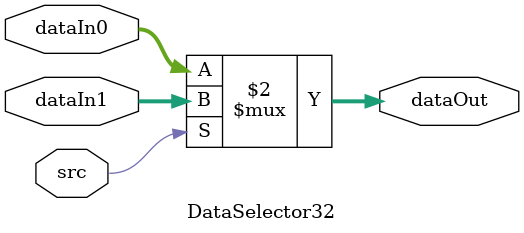
<source format=v>
`timescale 1ns / 1ps

module DataSelector32(
    input src,
    input [31:0] dataIn0,
    input [31:0] dataIn1,
    output [31:0] dataOut
    );
    assign dataOut[31:0] = (src == 0) ? dataIn0[31:0] : dataIn1[31:0];
endmodule

</source>
